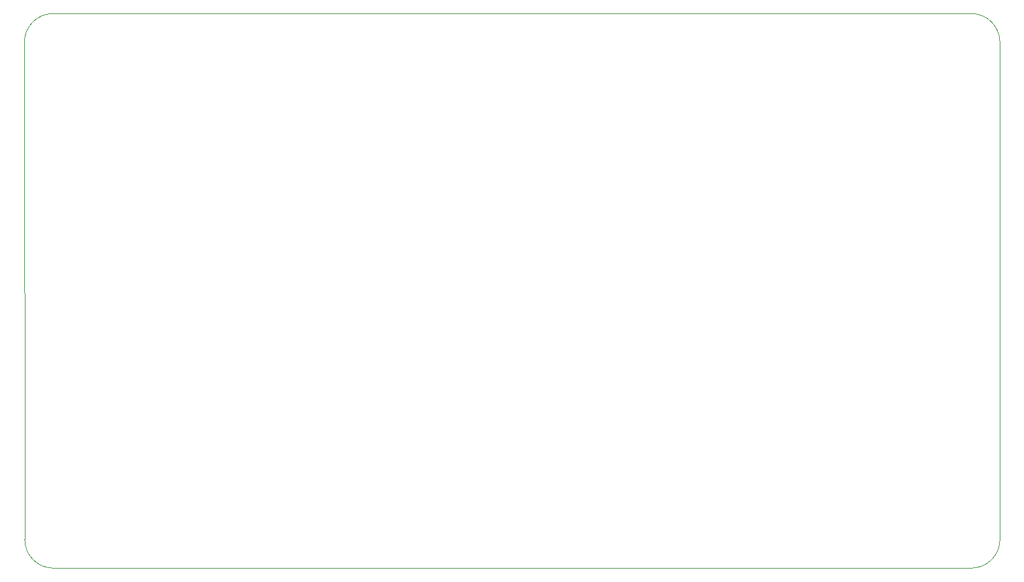
<source format=gm1>
G04 #@! TF.GenerationSoftware,KiCad,Pcbnew,(6.0.1)*
G04 #@! TF.CreationDate,2022-02-26T16:04:48+01:00*
G04 #@! TF.ProjectId,6502-vga,36353032-2d76-4676-912e-6b696361645f,rev?*
G04 #@! TF.SameCoordinates,Original*
G04 #@! TF.FileFunction,Profile,NP*
%FSLAX46Y46*%
G04 Gerber Fmt 4.6, Leading zero omitted, Abs format (unit mm)*
G04 Created by KiCad (PCBNEW (6.0.1)) date 2022-02-26 16:04:48*
%MOMM*%
%LPD*%
G01*
G04 APERTURE LIST*
G04 #@! TA.AperFunction,Profile*
%ADD10C,0.001000*%
G04 #@! TD*
G04 APERTURE END LIST*
D10*
X231394000Y-82296000D02*
G75*
G03*
X227584000Y-78486000I-3809999J1D01*
G01*
X231394000Y-148336000D02*
X231394000Y-82296000D01*
X227584000Y-78486000D02*
X105664000Y-78486000D01*
X101854827Y-82296000D02*
X101901640Y-148336827D01*
X227584000Y-152146000D02*
G75*
G03*
X231394000Y-148336000I1J3809999D01*
G01*
X227584000Y-152146000D02*
X105711640Y-152146827D01*
X101901640Y-148336827D02*
G75*
G03*
X105711640Y-152146827I3809999J-1D01*
G01*
X105664000Y-78486000D02*
G75*
G03*
X101854827Y-82296000I-1J-3809172D01*
G01*
M02*

</source>
